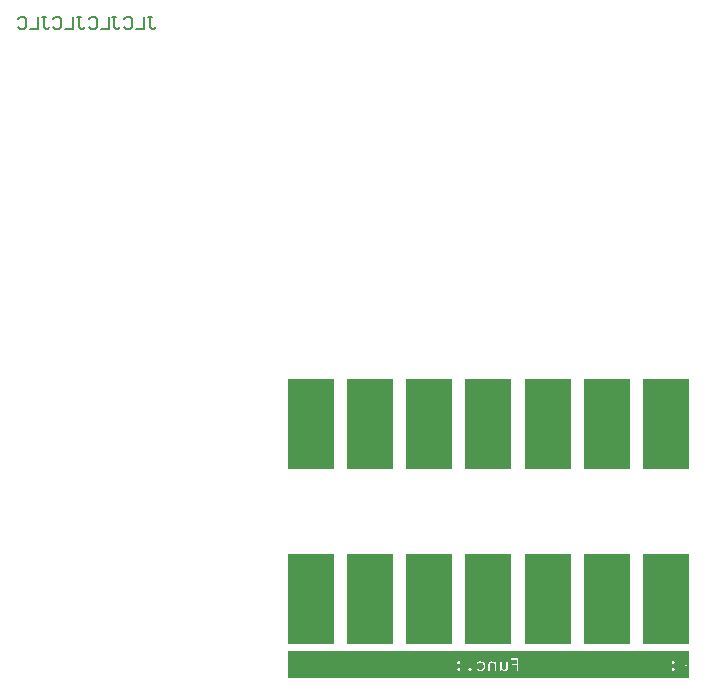
<source format=gbo>
G04*
G04 #@! TF.GenerationSoftware,Altium Limited,Altium Designer,24.1.2 (44)*
G04*
G04 Layer_Color=32896*
%FSLAX25Y25*%
%MOIN*%
G70*
G04*
G04 #@! TF.SameCoordinates,470A4D24-D506-40DE-B28D-38AA9C1F057A*
G04*
G04*
G04 #@! TF.FilePolarity,Positive*
G04*
G01*
G75*
%ADD10C,0.00787*%
%ADD37R,0.15354X0.30315*%
G36*
X362212Y9963D02*
X361658D01*
X360995Y7746D01*
Y7739D01*
X360987Y7732D01*
Y7710D01*
X360973Y7681D01*
X360958Y7615D01*
X360929Y7520D01*
X360900Y7418D01*
X360863Y7302D01*
X360798Y7061D01*
X360790Y7047D01*
X360783Y7010D01*
X360761Y6944D01*
X360739Y6857D01*
X360710Y6762D01*
X360681Y6646D01*
X360637Y6522D01*
X360601Y6391D01*
X360572D01*
Y6398D01*
X360564Y6420D01*
X360550Y6456D01*
X360543Y6500D01*
X360521Y6551D01*
X360506Y6609D01*
X360470Y6733D01*
Y6740D01*
X360462Y6762D01*
X360448Y6792D01*
X360440Y6835D01*
X360426Y6886D01*
X360411Y6944D01*
X360375Y7061D01*
Y7068D01*
X360368Y7090D01*
X360353Y7127D01*
X360346Y7163D01*
X360331Y7214D01*
X360317Y7273D01*
X360280Y7396D01*
Y7404D01*
X360273Y7426D01*
X360258Y7462D01*
X360251Y7506D01*
X360229Y7557D01*
X360215Y7615D01*
X360178Y7746D01*
X359522Y9963D01*
X358990D01*
X360295Y5858D01*
X360900D01*
X362212Y9963D01*
Y5858D01*
Y3286D01*
X228354D01*
Y12462D01*
X362212D01*
Y9963D01*
D02*
G37*
%LPC*%
G36*
X356839Y9081D02*
X356803D01*
X356766Y9073D01*
X356715Y9066D01*
X356657Y9044D01*
X356599Y9022D01*
X356540Y8986D01*
X356482Y8935D01*
X356475Y8927D01*
X356460Y8906D01*
X356431Y8876D01*
X356402Y8833D01*
X356380Y8774D01*
X356351Y8709D01*
X356336Y8636D01*
X356329Y8548D01*
Y8512D01*
X356336Y8468D01*
X356351Y8417D01*
X356365Y8352D01*
X356395Y8293D01*
X356431Y8228D01*
X356482Y8169D01*
X356489Y8162D01*
X356511Y8147D01*
X356540Y8125D01*
X356584Y8096D01*
X356635Y8067D01*
X356694Y8045D01*
X356766Y8031D01*
X356839Y8023D01*
X356876D01*
X356912Y8031D01*
X356963Y8045D01*
X357021Y8060D01*
X357080Y8082D01*
X357138Y8118D01*
X357196Y8169D01*
X357204Y8177D01*
X357218Y8198D01*
X357240Y8228D01*
X357269Y8271D01*
X357298Y8330D01*
X357320Y8388D01*
X357335Y8468D01*
X357342Y8548D01*
Y8592D01*
X357335Y8636D01*
X357320Y8687D01*
X357306Y8745D01*
X357284Y8811D01*
X357247Y8876D01*
X357196Y8935D01*
X357189Y8942D01*
X357167Y8957D01*
X357138Y8979D01*
X357094Y9008D01*
X357043Y9037D01*
X356985Y9059D01*
X356912Y9073D01*
X356839Y9081D01*
D02*
G37*
G36*
X285368D02*
X285332D01*
X285295Y9073D01*
X285244Y9066D01*
X285186Y9044D01*
X285128Y9022D01*
X285069Y8986D01*
X285011Y8935D01*
X285004Y8927D01*
X284989Y8906D01*
X284960Y8876D01*
X284931Y8833D01*
X284909Y8774D01*
X284880Y8709D01*
X284865Y8636D01*
X284858Y8548D01*
Y8512D01*
X284865Y8468D01*
X284880Y8417D01*
X284894Y8352D01*
X284923Y8293D01*
X284960Y8228D01*
X285011Y8169D01*
X285018Y8162D01*
X285040Y8147D01*
X285069Y8125D01*
X285113Y8096D01*
X285164Y8067D01*
X285222Y8045D01*
X285295Y8031D01*
X285368Y8023D01*
X285405D01*
X285441Y8031D01*
X285492Y8045D01*
X285550Y8060D01*
X285609Y8082D01*
X285667Y8118D01*
X285725Y8169D01*
X285733Y8177D01*
X285747Y8198D01*
X285769Y8228D01*
X285798Y8271D01*
X285827Y8330D01*
X285849Y8388D01*
X285864Y8468D01*
X285871Y8548D01*
Y8592D01*
X285864Y8636D01*
X285849Y8687D01*
X285835Y8745D01*
X285813Y8811D01*
X285776Y8876D01*
X285725Y8935D01*
X285718Y8942D01*
X285696Y8957D01*
X285667Y8979D01*
X285623Y9008D01*
X285572Y9037D01*
X285514Y9059D01*
X285441Y9073D01*
X285368Y9081D01*
D02*
G37*
G36*
X301807Y8898D02*
X301290D01*
Y7076D01*
Y7068D01*
Y7054D01*
Y7032D01*
Y7003D01*
X301282Y6930D01*
X301268Y6835D01*
X301253Y6733D01*
X301224Y6624D01*
X301180Y6522D01*
X301129Y6434D01*
X301122Y6427D01*
X301100Y6405D01*
X301056Y6369D01*
X300998Y6332D01*
X300925Y6289D01*
X300830Y6259D01*
X300721Y6230D01*
X300590Y6223D01*
X300546D01*
X300495Y6230D01*
X300429Y6237D01*
X300356Y6252D01*
X300276Y6281D01*
X300196Y6310D01*
X300116Y6354D01*
X300109Y6361D01*
X300079Y6383D01*
X300036Y6412D01*
X299977Y6463D01*
X299904Y6522D01*
X299824Y6595D01*
X299737Y6682D01*
X299642Y6784D01*
Y8898D01*
X299132D01*
Y5858D01*
X299547D01*
X299591Y6391D01*
X299620D01*
X299627Y6376D01*
X299657Y6347D01*
X299708Y6296D01*
X299766Y6237D01*
X299839Y6165D01*
X299926Y6092D01*
X300021Y6019D01*
X300123Y5953D01*
X300138Y5946D01*
X300174Y5924D01*
X300225Y5902D01*
X300305Y5873D01*
X300393Y5836D01*
X300502Y5815D01*
X300619Y5793D01*
X300750Y5785D01*
X300801D01*
X300837Y5793D01*
X300888D01*
X300940Y5800D01*
X301056Y5822D01*
X301187Y5858D01*
X301326Y5917D01*
X301450Y5990D01*
X301559Y6092D01*
X301567Y6106D01*
X301596Y6150D01*
X301639Y6223D01*
X301683Y6325D01*
X301727Y6449D01*
X301771Y6609D01*
X301800Y6799D01*
X301807Y7010D01*
Y8898D01*
D02*
G37*
G36*
X292571Y8971D02*
X292505D01*
X292439Y8964D01*
X292345Y8957D01*
X292243Y8942D01*
X292133Y8913D01*
X292024Y8884D01*
X291922Y8840D01*
X291907Y8833D01*
X291878Y8818D01*
X291827Y8789D01*
X291761Y8753D01*
X291688Y8709D01*
X291616Y8650D01*
X291535Y8592D01*
X291463Y8527D01*
X291718Y8198D01*
X291725Y8206D01*
X291747Y8228D01*
X291791Y8257D01*
X291834Y8293D01*
X291900Y8330D01*
X291966Y8373D01*
X292111Y8454D01*
X292119Y8461D01*
X292148Y8468D01*
X292192Y8483D01*
X292243Y8505D01*
X292308Y8519D01*
X292381Y8534D01*
X292461Y8541D01*
X292549Y8548D01*
X292593D01*
X292643Y8541D01*
X292709D01*
X292782Y8527D01*
X292862Y8512D01*
X292950Y8490D01*
X293037Y8461D01*
X293044D01*
X293074Y8446D01*
X293117Y8424D01*
X293168Y8403D01*
X293227Y8366D01*
X293285Y8322D01*
X293351Y8279D01*
X293409Y8220D01*
X293416Y8213D01*
X293431Y8191D01*
X293460Y8162D01*
X293496Y8118D01*
X293533Y8060D01*
X293577Y8002D01*
X293613Y7929D01*
X293650Y7848D01*
Y7841D01*
X293664Y7812D01*
X293679Y7768D01*
X293693Y7710D01*
X293708Y7637D01*
X293723Y7557D01*
X293730Y7462D01*
X293737Y7367D01*
Y7353D01*
Y7324D01*
X293730Y7273D01*
Y7207D01*
X293715Y7134D01*
X293701Y7054D01*
X293686Y6974D01*
X293657Y6893D01*
X293650Y6886D01*
X293642Y6857D01*
X293620Y6821D01*
X293591Y6770D01*
X293518Y6653D01*
X293416Y6529D01*
X293409Y6522D01*
X293387Y6507D01*
X293351Y6478D01*
X293307Y6442D01*
X293256Y6405D01*
X293190Y6361D01*
X293117Y6325D01*
X293044Y6289D01*
X293037D01*
X293008Y6274D01*
X292964Y6267D01*
X292899Y6252D01*
X292833Y6237D01*
X292746Y6223D01*
X292658Y6216D01*
X292563Y6208D01*
X292512D01*
X292461Y6216D01*
X292388Y6223D01*
X292308Y6237D01*
X292228Y6252D01*
X292133Y6281D01*
X292046Y6318D01*
X292038Y6325D01*
X292009Y6340D01*
X291958Y6361D01*
X291907Y6391D01*
X291842Y6434D01*
X291769Y6478D01*
X291623Y6587D01*
X291390Y6252D01*
X291404Y6245D01*
X291433Y6216D01*
X291492Y6179D01*
X291557Y6128D01*
X291645Y6070D01*
X291740Y6019D01*
X291849Y5960D01*
X291958Y5909D01*
X291973Y5902D01*
X292009Y5887D01*
X292075Y5873D01*
X292155Y5851D01*
X292250Y5822D01*
X292359Y5807D01*
X292476Y5793D01*
X292600Y5785D01*
X292658D01*
X292731Y5793D01*
X292818Y5800D01*
X292921Y5807D01*
X293030Y5829D01*
X293146Y5851D01*
X293263Y5887D01*
X293278Y5895D01*
X293314Y5909D01*
X293373Y5931D01*
X293445Y5968D01*
X293526Y6004D01*
X293613Y6063D01*
X293708Y6121D01*
X293795Y6194D01*
X293803Y6201D01*
X293832Y6230D01*
X293868Y6274D01*
X293919Y6332D01*
X293978Y6405D01*
X294036Y6493D01*
X294094Y6587D01*
X294145Y6697D01*
X294153Y6711D01*
X294167Y6748D01*
X294182Y6813D01*
X294204Y6893D01*
X294233Y6996D01*
X294247Y7105D01*
X294262Y7229D01*
X294269Y7367D01*
Y7433D01*
X294262Y7506D01*
X294255Y7601D01*
X294240Y7703D01*
X294211Y7819D01*
X294182Y7936D01*
X294138Y8045D01*
X294131Y8060D01*
X294109Y8096D01*
X294080Y8147D01*
X294036Y8220D01*
X293985Y8301D01*
X293919Y8381D01*
X293846Y8468D01*
X293766Y8548D01*
X293759Y8556D01*
X293723Y8585D01*
X293679Y8621D01*
X293613Y8665D01*
X293533Y8716D01*
X293438Y8767D01*
X293336Y8818D01*
X293227Y8862D01*
X293219D01*
X293212Y8869D01*
X293176Y8876D01*
X293110Y8898D01*
X293030Y8920D01*
X292928Y8935D01*
X292818Y8957D01*
X292695Y8964D01*
X292571Y8971D01*
D02*
G37*
G36*
X305219Y9963D02*
X302696D01*
Y9525D01*
X304694D01*
Y8133D01*
X303003D01*
Y7695D01*
X304694D01*
Y5858D01*
X305219D01*
Y9963D01*
D02*
G37*
G36*
X296310Y8971D02*
X296259D01*
X296223Y8964D01*
X296179D01*
X296121Y8957D01*
X296004Y8935D01*
X295873Y8898D01*
X295742Y8840D01*
X295618Y8760D01*
X295560Y8716D01*
X295509Y8658D01*
X295494Y8643D01*
X295465Y8599D01*
X295428Y8527D01*
X295377Y8432D01*
X295334Y8301D01*
X295290Y8147D01*
X295261Y7958D01*
X295253Y7746D01*
Y5858D01*
X295771D01*
Y7674D01*
Y7681D01*
Y7695D01*
Y7717D01*
Y7746D01*
X295778Y7819D01*
X295793Y7921D01*
X295807Y8023D01*
X295837Y8125D01*
X295880Y8228D01*
X295931Y8315D01*
X295939Y8322D01*
X295960Y8352D01*
X296004Y8381D01*
X296055Y8424D01*
X296135Y8461D01*
X296223Y8497D01*
X296340Y8519D01*
X296471Y8527D01*
X296522D01*
X296551Y8519D01*
X296638Y8512D01*
X296726Y8490D01*
X296733D01*
X296748Y8483D01*
X296770Y8475D01*
X296799Y8468D01*
X296872Y8432D01*
X296952Y8388D01*
X296959D01*
X296974Y8373D01*
X296996Y8359D01*
X297025Y8344D01*
X297098Y8293D01*
X297185Y8220D01*
X297193Y8213D01*
X297207Y8206D01*
X297229Y8184D01*
X297258Y8155D01*
X297338Y8074D01*
X297433Y7980D01*
Y5858D01*
X297951D01*
Y8898D01*
X297521D01*
X297477Y8381D01*
X297455D01*
X297440Y8395D01*
X297411Y8424D01*
X297368Y8468D01*
X297302Y8527D01*
X297222Y8599D01*
X297142Y8665D01*
X297047Y8738D01*
X296945Y8804D01*
X296930Y8811D01*
X296894Y8833D01*
X296835Y8855D01*
X296762Y8891D01*
X296668Y8920D01*
X296558Y8942D01*
X296442Y8964D01*
X296310Y8971D01*
D02*
G37*
G36*
X356839Y6835D02*
X356803D01*
X356766Y6828D01*
X356715Y6821D01*
X356657Y6799D01*
X356599Y6777D01*
X356540Y6740D01*
X356482Y6689D01*
X356475Y6682D01*
X356460Y6660D01*
X356431Y6631D01*
X356402Y6587D01*
X356380Y6529D01*
X356351Y6463D01*
X356336Y6391D01*
X356329Y6303D01*
Y6267D01*
X356336Y6223D01*
X356351Y6172D01*
X356365Y6106D01*
X356395Y6048D01*
X356431Y5982D01*
X356482Y5924D01*
X356489Y5917D01*
X356511Y5902D01*
X356540Y5880D01*
X356584Y5858D01*
X356635Y5829D01*
X356694Y5807D01*
X356766Y5793D01*
X356839Y5785D01*
X356876D01*
X356912Y5793D01*
X356963Y5800D01*
X357021Y5822D01*
X357080Y5844D01*
X357138Y5880D01*
X357196Y5924D01*
X357204Y5931D01*
X357218Y5953D01*
X357240Y5982D01*
X357269Y6026D01*
X357298Y6084D01*
X357320Y6143D01*
X357335Y6223D01*
X357342Y6303D01*
Y6347D01*
X357335Y6391D01*
X357320Y6442D01*
X357306Y6500D01*
X357284Y6566D01*
X357247Y6631D01*
X357196Y6689D01*
X357189Y6697D01*
X357167Y6711D01*
X357138Y6733D01*
X357094Y6762D01*
X357043Y6792D01*
X356985Y6813D01*
X356912Y6828D01*
X356839Y6835D01*
D02*
G37*
G36*
X289130D02*
X289093D01*
X289057Y6828D01*
X289006Y6821D01*
X288948Y6799D01*
X288889Y6777D01*
X288831Y6740D01*
X288773Y6689D01*
X288765Y6682D01*
X288751Y6660D01*
X288721Y6631D01*
X288692Y6587D01*
X288670Y6529D01*
X288641Y6463D01*
X288627Y6391D01*
X288619Y6303D01*
Y6267D01*
X288627Y6223D01*
X288641Y6172D01*
X288656Y6106D01*
X288685Y6048D01*
X288721Y5982D01*
X288773Y5924D01*
X288780Y5917D01*
X288802Y5902D01*
X288831Y5880D01*
X288875Y5858D01*
X288926Y5829D01*
X288984Y5807D01*
X289057Y5793D01*
X289130Y5785D01*
X289166D01*
X289203Y5793D01*
X289254Y5800D01*
X289312Y5822D01*
X289370Y5844D01*
X289429Y5880D01*
X289487Y5924D01*
X289494Y5931D01*
X289509Y5953D01*
X289531Y5982D01*
X289560Y6026D01*
X289589Y6084D01*
X289611Y6143D01*
X289626Y6223D01*
X289633Y6303D01*
Y6347D01*
X289626Y6391D01*
X289611Y6442D01*
X289596Y6500D01*
X289574Y6566D01*
X289538Y6631D01*
X289487Y6689D01*
X289480Y6697D01*
X289458Y6711D01*
X289429Y6733D01*
X289385Y6762D01*
X289334Y6792D01*
X289276Y6813D01*
X289203Y6828D01*
X289130Y6835D01*
D02*
G37*
G36*
X285368D02*
X285332D01*
X285295Y6828D01*
X285244Y6821D01*
X285186Y6799D01*
X285128Y6777D01*
X285069Y6740D01*
X285011Y6689D01*
X285004Y6682D01*
X284989Y6660D01*
X284960Y6631D01*
X284931Y6587D01*
X284909Y6529D01*
X284880Y6463D01*
X284865Y6391D01*
X284858Y6303D01*
Y6267D01*
X284865Y6223D01*
X284880Y6172D01*
X284894Y6106D01*
X284923Y6048D01*
X284960Y5982D01*
X285011Y5924D01*
X285018Y5917D01*
X285040Y5902D01*
X285069Y5880D01*
X285113Y5858D01*
X285164Y5829D01*
X285222Y5807D01*
X285295Y5793D01*
X285368Y5785D01*
X285405D01*
X285441Y5793D01*
X285492Y5800D01*
X285550Y5822D01*
X285609Y5844D01*
X285667Y5880D01*
X285725Y5924D01*
X285733Y5931D01*
X285747Y5953D01*
X285769Y5982D01*
X285798Y6026D01*
X285827Y6084D01*
X285849Y6143D01*
X285864Y6223D01*
X285871Y6303D01*
Y6347D01*
X285864Y6391D01*
X285849Y6442D01*
X285835Y6500D01*
X285813Y6566D01*
X285776Y6631D01*
X285725Y6689D01*
X285718Y6697D01*
X285696Y6711D01*
X285667Y6733D01*
X285623Y6762D01*
X285572Y6792D01*
X285514Y6813D01*
X285441Y6828D01*
X285368Y6835D01*
D02*
G37*
%LPD*%
D10*
X181752Y223622D02*
X183064D01*
X182408D01*
Y220342D01*
X183064Y219686D01*
X183720D01*
X184376Y220342D01*
X180440Y223622D02*
Y219686D01*
X177816D01*
X173881Y222966D02*
X174536Y223622D01*
X175848D01*
X176504Y222966D01*
Y220342D01*
X175848Y219686D01*
X174536D01*
X173881Y220342D01*
X169945Y223622D02*
X171257D01*
X170601D01*
Y220342D01*
X171257Y219686D01*
X171913D01*
X172569Y220342D01*
X168633Y223622D02*
Y219686D01*
X166009D01*
X162073Y222966D02*
X162729Y223622D01*
X164041D01*
X164697Y222966D01*
Y220342D01*
X164041Y219686D01*
X162729D01*
X162073Y220342D01*
X158138Y223622D02*
X159450D01*
X158793D01*
Y220342D01*
X159450Y219686D01*
X160105D01*
X160761Y220342D01*
X156826Y223622D02*
Y219686D01*
X154202D01*
X150266Y222966D02*
X150922Y223622D01*
X152234D01*
X152890Y222966D01*
Y220342D01*
X152234Y219686D01*
X150922D01*
X150266Y220342D01*
X146330Y223622D02*
X147642D01*
X146986D01*
Y220342D01*
X147642Y219686D01*
X148298D01*
X148954Y220342D01*
X145018Y223622D02*
Y219686D01*
X142395D01*
X138459Y222966D02*
X139115Y223622D01*
X140427D01*
X141083Y222966D01*
Y220342D01*
X140427Y219686D01*
X139115D01*
X138459Y220342D01*
D37*
X354331Y29921D02*
D03*
X334646D02*
D03*
X314961D02*
D03*
X295276D02*
D03*
X275590D02*
D03*
X255906D02*
D03*
X236221D02*
D03*
X236220Y88189D02*
D03*
X255906D02*
D03*
X275590D02*
D03*
X295276D02*
D03*
X314961D02*
D03*
X334646D02*
D03*
X354331D02*
D03*
M02*

</source>
